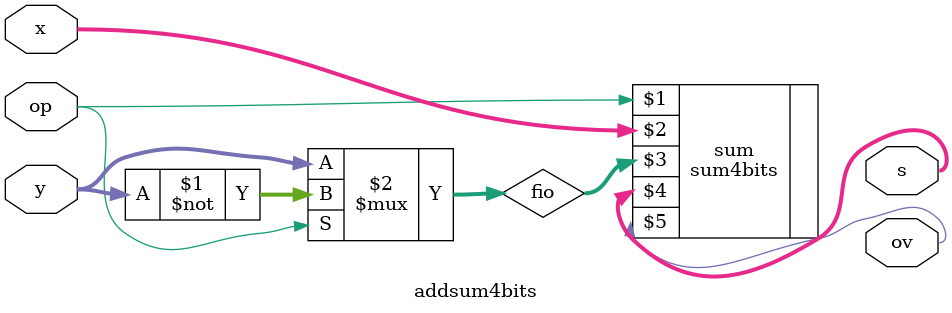
<source format=v>
`timescale 1ns / 1ps

module top(
  input [0:0]btn, // Usar o pb[0]
  input [3:0] sw, // x
  input [3:0] ja, // y
  output [3:0] jb, // segmentos [a-d]
  output [3:0] jc); // segmentos [e-g]+cat
  
  wire [3:0]hex;
  wire [6:0]segs;
  wire [3:0]ss; 
  wire ov;
  
  addsum4bits ass (btn[0], sw, ja, ss, ov);
  dec7seg decodificador (hex, segs);
  
  assign hex = ov ? 4'he : ss;
  assign {jc, jb} = {ov, segs};

endmodule

module addsum4bits (
  input op,
  input [3:0] x, y,
  output [3:0] s,
  output ov);
  
  wire [3:0] fio;
  
  // Implemente aqui o somador/subtrator
  sum4bits sum (op, x, fio, s, ov);
  assign fio[3:0] = op ? ~y[3:0] : y[3:0];
  
endmodule

</source>
